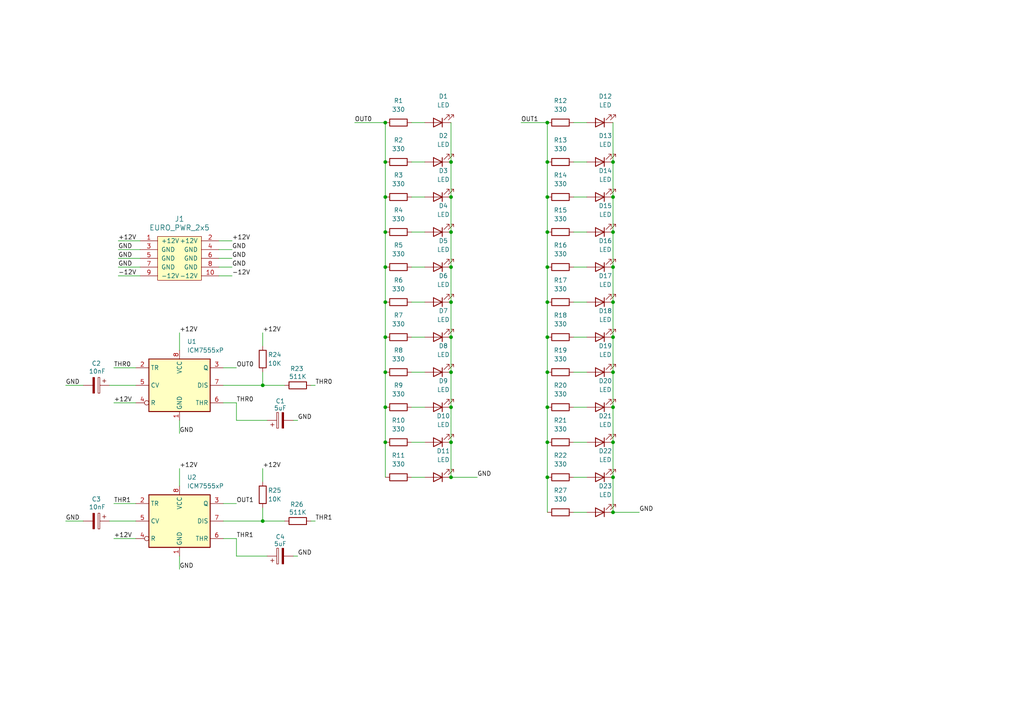
<source format=kicad_sch>
(kicad_sch (version 20231120) (generator "eeschema") (generator_version "8.0")
  (paper "A4")
  (lib_symbols
    (symbol "Device:LED" (pin_numbers hide) (pin_names (offset 1.016) hide)
      (property "Reference" "D" (at 0 2.54 0))
      (property "Value" "LED" (at 0 -2.54 0))
      (symbol "LED_0_1"
        (polyline (pts (xy -1.27 -1.27) (xy -1.27 1.27)) (stroke (width 0.254)))
        (polyline (pts (xy -1.27 0) (xy 1.27 0)))
        (polyline (pts (xy 1.27 -1.27) (xy 1.27 1.27) (xy -1.27 0) (xy 1.27 -1.27)) (stroke (width 0.254)))
        (polyline (pts (xy -3.048 -0.762) (xy -4.572 -2.286) (xy -3.81 -2.286) (xy -4.572 -2.286) (xy -4.572 -1.524)))
        (polyline (pts (xy -1.778 -0.762) (xy -3.302 -2.286) (xy -2.54 -2.286) (xy -3.302 -2.286) (xy -3.302 -1.524)))
      )
      (symbol "LED_1_1"
        (pin passive line (at -3.81 0 0) (length 2.54) (name "K") (number "1"))
        (pin passive line (at 3.81 0 180) (length 2.54) (name "A") (number "2"))
      )
    )
    (symbol "Seattle_Synths:C_Polarized" (pin_numbers hide) (pin_names (offset 0.254))
      (property "Reference" "C" (at 0.635 2.54 0))
      (property "Value" "C_Polarized" (at 0.635 -2.54 0))
      (symbol "C_Polarized_0_1"
        (rectangle (start -2.286 0.508) (end 2.286 1.016))
        (polyline (pts (xy -1.778 2.286) (xy -0.762 2.286)))
        (polyline (pts (xy -1.27 2.794) (xy -1.27 1.778)))
        (rectangle (start 2.286 -0.508) (end -2.286 -1.016) (fill (type outline)))
      )
      (symbol "C_Polarized_1_1"
        (pin passive line (at 0 3.81 270) (length 2.794) (name "~") (number "1"))
        (pin passive line (at 0 -3.81 90) (length 2.794) (name "~") (number "2"))
      )
    )
    (symbol "Seattle_Synths:EURO_PWR_2x5" (pin_names (offset 1.016))
      (property "Reference" "J" (at 0 -7.62 0))
      (property "Value" "EURO_PWR_2x5" (at 0 7.62 0))
      (symbol "EURO_PWR_2x5_0_1"
        (rectangle (start -6.35 6.35) (end 6.35 -6.35) (fill (type background)))
      )
      (symbol "EURO_PWR_2x5_1_1"
        (pin power_in line (at -11.43 5.08 0) (length 5.08) (name "+12V") (number "1"))
        (pin power_in line (at 11.43 -5.08 180) (length 5.08) (name "-12V") (number "10"))
        (pin power_in line (at 11.43 5.08 180) (length 5.08) (name "+12V") (number "2"))
        (pin power_in line (at -11.43 2.54 0) (length 5.08) (name "GND") (number "3"))
        (pin power_in line (at 11.43 2.54 180) (length 5.08) (name "GND") (number "4"))
        (pin power_in line (at -11.43 0 0) (length 5.08) (name "GND") (number "5"))
        (pin power_in line (at 11.43 0 180) (length 5.08) (name "GND") (number "6"))
        (pin power_in line (at -11.43 -2.54 0) (length 5.08) (name "GND") (number "7"))
        (pin power_in line (at 11.43 -2.54 180) (length 5.08) (name "GND") (number "8"))
        (pin power_in line (at -11.43 -5.08 0) (length 5.08) (name "-12V") (number "9"))
      )
    )
    (symbol "Seattle_Synths:R" (pin_numbers hide) (pin_names (offset 0))
      (property "Reference" "R" (at 2.032 0 90))
      (property "Value" "R" (at 0 0 90))
      (symbol "R_0_1"
        (rectangle (start -1.016 -2.54) (end 1.016 2.54) (stroke (width 0.254)))
      )
      (symbol "R_1_1"
        (pin passive line (at 0 3.81 270) (length 1.27) (name "~") (number "1"))
        (pin passive line (at 0 -3.81 90) (length 1.27) (name "~") (number "2"))
      )
    )
    (symbol "Timer:ICM7555xP"
      (property "Reference" "U" (at -10.16 8.89 0))
      (property "Value" "ICM7555xP" (at 2.54 8.89 0))
      (symbol "ICM7555xP_0_0"
        (pin power_in line (at 0 -10.16 90) (length 2.54) (name "GND") (number "1"))
        (pin power_in line (at 0 10.16 270) (length 2.54) (name "VCC") (number "8"))
      )
      (symbol "ICM7555xP_0_1"
        (rectangle (start -8.89 -7.62) (end 8.89 7.62) (stroke (width 0.254)) (fill (type background)))
        (rectangle (start -8.89 -7.62) (end 8.89 7.62) (stroke (width 0.254)) (fill (type background)))
      )
      (symbol "ICM7555xP_1_1"
        (pin input line (at -12.7 5.08 0) (length 3.81) (name "TR") (number "2"))
        (pin output line (at 12.7 5.08 180) (length 3.81) (name "Q") (number "3"))
        (pin input inverted (at -12.7 -5.08 0) (length 3.81) (name "R") (number "4"))
        (pin input line (at -12.7 0 0) (length 3.81) (name "CV") (number "5"))
        (pin input line (at 12.7 -5.08 180) (length 3.81) (name "THR") (number "6"))
        (pin input line (at 12.7 0 180) (length 3.81) (name "DIS") (number "7"))
      )
    )
  )
  (junction (at 158.75 128.27))
  (junction (at 130.81 97.79))
  (junction (at 111.76 107.95))
  (junction (at 130.81 118.11))
  (junction (at 177.8 138.43))
  (junction (at 158.75 107.95))
  (junction (at 111.76 77.47))
  (junction (at 177.8 118.11))
  (junction (at 111.76 46.99))
  (junction (at 158.75 77.47))
  (junction (at 76.2 151.13))
  (junction (at 177.8 46.99))
  (junction (at 177.8 77.47))
  (junction (at 158.75 46.99))
  (junction (at 111.76 97.79))
  (junction (at 177.8 57.15))
  (junction (at 130.81 138.43))
  (junction (at 177.8 87.63))
  (junction (at 130.81 46.99))
  (junction (at 177.8 128.27))
  (junction (at 130.81 67.31))
  (junction (at 158.75 57.15))
  (junction (at 130.81 57.15))
  (junction (at 111.76 87.63))
  (junction (at 130.81 87.63))
  (junction (at 111.76 35.56))
  (junction (at 130.81 107.95))
  (junction (at 158.75 35.56))
  (junction (at 158.75 118.11))
  (junction (at 130.81 128.27))
  (junction (at 177.8 67.31))
  (junction (at 111.76 128.27))
  (junction (at 158.75 67.31))
  (junction (at 130.81 77.47))
  (junction (at 177.8 107.95))
  (junction (at 158.75 138.43))
  (junction (at 76.2 111.76))
  (junction (at 111.76 67.31))
  (junction (at 158.75 87.63))
  (junction (at 177.8 97.79))
  (junction (at 177.8 148.59))
  (junction (at 111.76 57.15))
  (junction (at 158.75 97.79))
  (junction (at 111.76 118.11))
  (wire (pts (xy 19.05 151.13) (xy 24.13 151.13)))
  (wire (pts (xy 64.77 151.13) (xy 76.2 151.13)))
  (wire (pts (xy 34.29 77.47) (xy 40.64 77.47)))
  (wire (pts (xy 33.02 116.84) (xy 39.37 116.84)))
  (wire (pts (xy 63.5 80.01) (xy 67.31 80.01)))
  (wire (pts (xy 119.38 118.11) (xy 123.19 118.11)))
  (wire (pts (xy 111.76 67.31) (xy 111.76 77.47)))
  (wire (pts (xy 177.8 118.11) (xy 177.8 128.27)))
  (wire (pts (xy 64.77 106.68) (xy 68.58 106.68)))
  (wire (pts (xy 130.81 46.99) (xy 130.81 57.15)))
  (wire (pts (xy 34.29 72.39) (xy 40.64 72.39)))
  (wire (pts (xy 119.38 46.99) (xy 123.19 46.99)))
  (wire (pts (xy 90.17 151.13) (xy 91.44 151.13)))
  (wire (pts (xy 68.58 161.29) (xy 77.47 161.29)))
  (wire (pts (xy 119.38 67.31) (xy 123.19 67.31)))
  (wire (pts (xy 64.77 111.76) (xy 76.2 111.76)))
  (wire (pts (xy 111.76 35.56) (xy 111.76 46.99)))
  (wire (pts (xy 76.2 135.89) (xy 76.2 139.7)))
  (wire (pts (xy 130.81 138.43) (xy 138.43 138.43)))
  (wire (pts (xy 130.81 35.56) (xy 130.81 46.99)))
  (wire (pts (xy 63.5 69.85) (xy 67.31 69.85)))
  (wire (pts (xy 177.8 67.31) (xy 177.8 77.47)))
  (wire (pts (xy 64.77 146.05) (xy 68.58 146.05)))
  (wire (pts (xy 158.75 128.27) (xy 158.75 138.43)))
  (wire (pts (xy 158.75 77.47) (xy 158.75 87.63)))
  (wire (pts (xy 158.75 107.95) (xy 158.75 118.11)))
  (wire (pts (xy 130.81 128.27) (xy 130.81 138.43)))
  (wire (pts (xy 34.29 80.01) (xy 40.64 80.01)))
  (wire (pts (xy 102.87 35.56) (xy 111.76 35.56)))
  (wire (pts (xy 119.38 77.47) (xy 123.19 77.47)))
  (wire (pts (xy 76.2 111.76) (xy 82.55 111.76)))
  (wire (pts (xy 63.5 74.93) (xy 67.31 74.93)))
  (wire (pts (xy 166.37 118.11) (xy 170.18 118.11)))
  (wire (pts (xy 76.2 107.95) (xy 76.2 111.76)))
  (wire (pts (xy 130.81 107.95) (xy 130.81 118.11)))
  (wire (pts (xy 19.05 111.76) (xy 24.13 111.76)))
  (wire (pts (xy 52.07 121.92) (xy 52.07 125.73)))
  (wire (pts (xy 177.8 77.47) (xy 177.8 87.63)))
  (wire (pts (xy 158.75 118.11) (xy 158.75 128.27)))
  (wire (pts (xy 33.02 106.68) (xy 39.37 106.68)))
  (wire (pts (xy 68.58 121.92) (xy 77.47 121.92)))
  (wire (pts (xy 85.09 161.29) (xy 86.36 161.29)))
  (wire (pts (xy 64.77 156.21) (xy 68.58 156.21)))
  (wire (pts (xy 111.76 118.11) (xy 111.76 128.27)))
  (wire (pts (xy 166.37 46.99) (xy 170.18 46.99)))
  (wire (pts (xy 177.8 138.43) (xy 177.8 148.59)))
  (wire (pts (xy 166.37 138.43) (xy 170.18 138.43)))
  (wire (pts (xy 52.07 96.52) (xy 52.07 101.6)))
  (wire (pts (xy 85.09 121.92) (xy 86.36 121.92)))
  (wire (pts (xy 52.07 135.89) (xy 52.07 140.97)))
  (wire (pts (xy 76.2 96.52) (xy 76.2 100.33)))
  (wire (pts (xy 166.37 107.95) (xy 170.18 107.95)))
  (wire (pts (xy 166.37 57.15) (xy 170.18 57.15)))
  (wire (pts (xy 111.76 57.15) (xy 111.76 67.31)))
  (wire (pts (xy 119.38 87.63) (xy 123.19 87.63)))
  (wire (pts (xy 111.76 107.95) (xy 111.76 118.11)))
  (wire (pts (xy 177.8 35.56) (xy 177.8 46.99)))
  (wire (pts (xy 166.37 87.63) (xy 170.18 87.63)))
  (wire (pts (xy 130.81 57.15) (xy 130.81 67.31)))
  (wire (pts (xy 90.17 111.76) (xy 91.44 111.76)))
  (wire (pts (xy 31.75 151.13) (xy 39.37 151.13)))
  (wire (pts (xy 166.37 77.47) (xy 170.18 77.47)))
  (wire (pts (xy 166.37 148.59) (xy 170.18 148.59)))
  (wire (pts (xy 151.13 35.56) (xy 158.75 35.56)))
  (wire (pts (xy 158.75 46.99) (xy 158.75 57.15)))
  (wire (pts (xy 63.5 72.39) (xy 67.31 72.39)))
  (wire (pts (xy 130.81 118.11) (xy 130.81 128.27)))
  (wire (pts (xy 130.81 77.47) (xy 130.81 87.63)))
  (wire (pts (xy 166.37 97.79) (xy 170.18 97.79)))
  (wire (pts (xy 111.76 128.27) (xy 111.76 138.43)))
  (wire (pts (xy 33.02 146.05) (xy 39.37 146.05)))
  (wire (pts (xy 158.75 67.31) (xy 158.75 77.47)))
  (wire (pts (xy 111.76 87.63) (xy 111.76 97.79)))
  (wire (pts (xy 158.75 57.15) (xy 158.75 67.31)))
  (wire (pts (xy 68.58 156.21) (xy 68.58 161.29)))
  (wire (pts (xy 177.8 57.15) (xy 177.8 67.31)))
  (wire (pts (xy 111.76 97.79) (xy 111.76 107.95)))
  (wire (pts (xy 63.5 77.47) (xy 67.31 77.47)))
  (wire (pts (xy 158.75 87.63) (xy 158.75 97.79)))
  (wire (pts (xy 119.38 128.27) (xy 123.19 128.27)))
  (wire (pts (xy 130.81 67.31) (xy 130.81 77.47)))
  (wire (pts (xy 158.75 138.43) (xy 158.75 148.59)))
  (wire (pts (xy 68.58 116.84) (xy 68.58 121.92)))
  (wire (pts (xy 177.8 107.95) (xy 177.8 118.11)))
  (wire (pts (xy 130.81 97.79) (xy 130.81 107.95)))
  (wire (pts (xy 119.38 138.43) (xy 123.19 138.43)))
  (wire (pts (xy 119.38 35.56) (xy 123.19 35.56)))
  (wire (pts (xy 119.38 97.79) (xy 123.19 97.79)))
  (wire (pts (xy 130.81 87.63) (xy 130.81 97.79)))
  (wire (pts (xy 76.2 151.13) (xy 82.55 151.13)))
  (wire (pts (xy 52.07 161.29) (xy 52.07 165.1)))
  (wire (pts (xy 34.29 74.93) (xy 40.64 74.93)))
  (wire (pts (xy 111.76 77.47) (xy 111.76 87.63)))
  (wire (pts (xy 31.75 111.76) (xy 39.37 111.76)))
  (wire (pts (xy 177.8 97.79) (xy 177.8 107.95)))
  (wire (pts (xy 64.77 116.84) (xy 68.58 116.84)))
  (wire (pts (xy 34.29 69.85) (xy 40.64 69.85)))
  (wire (pts (xy 119.38 57.15) (xy 123.19 57.15)))
  (wire (pts (xy 166.37 67.31) (xy 170.18 67.31)))
  (wire (pts (xy 76.2 147.32) (xy 76.2 151.13)))
  (wire (pts (xy 119.38 107.95) (xy 123.19 107.95)))
  (wire (pts (xy 177.8 87.63) (xy 177.8 97.79)))
  (wire (pts (xy 177.8 46.99) (xy 177.8 57.15)))
  (wire (pts (xy 166.37 128.27) (xy 170.18 128.27)))
  (wire (pts (xy 177.8 148.59) (xy 185.42 148.59)))
  (wire (pts (xy 158.75 35.56) (xy 158.75 46.99)))
  (wire (pts (xy 177.8 128.27) (xy 177.8 138.43)))
  (wire (pts (xy 158.75 97.79) (xy 158.75 107.95)))
  (wire (pts (xy 33.02 156.21) (xy 39.37 156.21)))
  (wire (pts (xy 111.76 46.99) (xy 111.76 57.15)))
  (wire (pts (xy 166.37 35.56) (xy 170.18 35.56)))
  (label "GND" (at 67.31 72.39 0))
  (label "THR0" (at 33.02 106.68 0))
  (label "THR0" (at 68.58 116.84 0))
  (label "-12V" (at 67.31 80.01 0))
  (label "GND" (at 34.29 77.47 0))
  (label "GND" (at 34.29 72.39 0))
  (label "OUT0" (at 102.87 35.56 0))
  (label "GND" (at 19.05 151.13 0))
  (label "GND" (at 185.42 148.59 0))
  (label "GND" (at 19.05 111.76 0))
  (label "GND" (at 86.36 121.92 0))
  (label "+12V" (at 67.31 69.85 0))
  (label "+12V" (at 76.2 135.89 0))
  (label "OUT1" (at 68.58 146.05 0))
  (label "THR1" (at 33.02 146.05 0))
  (label "OUT0" (at 68.58 106.68 0))
  (label "THR1" (at 68.58 156.21 0))
  (label "+12V" (at 33.02 116.84 0))
  (label "GND" (at 86.36 161.29 0))
  (label "+12V" (at 52.07 135.89 0))
  (label "GND" (at 67.31 77.47 0))
  (label "GND" (at 67.31 74.93 0))
  (label "THR1" (at 91.44 151.13 0))
  (label "GND" (at 138.43 138.43 0))
  (label "GND" (at 34.29 74.93 0))
  (label "+12V" (at 33.02 156.21 0))
  (label "THR0" (at 91.44 111.76 0))
  (label "+12V" (at 76.2 96.52 0))
  (label "+12V" (at 34.29 69.85 0))
  (label "+12V" (at 52.07 96.52 0))
  (label "GND" (at 52.07 125.73 0))
  (label "OUT1" (at 151.13 35.56 0))
  (label "-12V" (at 34.29 80.01 0))
  (label "GND" (at 52.07 165.1 0))
  (symbol (lib_id "Seattle_Synths:R") (at 162.56 138.43 90) (unit 1)
    (property "Reference" "R22" (at 162.56 132.08 90))
    (property "Value" "330" (at 162.56 134.62 90))
    (property "Footprint" "Seattle_Synths:R_Axial_DIN0207_L6.3mm_D2.5mm_P10.16mm_Horizontal" (effects (hide yes)))
    (property "Description" "Resistor" (effects (hide yes)))
  )
  (symbol (lib_id "Device:LED") (at 127 77.47 180) (unit 1)
    (property "Reference" "D5" (at 128.5875 69.85 0))
    (property "Value" "LED" (at 128.5875 72.39 0))
    (property "Footprint" "Seattle_Synths:LED_D5.0mm" (effects (hide yes)))
    (property "Description" "Light emitting diode" (effects (hide yes)))
  )
  (symbol (lib_id "Seattle_Synths:C_Polarized") (at 27.94 151.13 270) (unit 1)
    (property "Reference" "C3" (at 27.94 144.78 90))
    (property "Value" "10nF" (at 28.194 147.066 90))
    (property "Footprint" "Seattle_Synths:CP_Radial_D5.0mm_P2.50mm" (effects (hide yes)))
    (property "Description" "Polarized capacitor" (effects (hide yes)))
  )
  (symbol (lib_id "Seattle_Synths:R") (at 162.56 128.27 90) (unit 1)
    (property "Reference" "R21" (at 162.56 121.92 90))
    (property "Value" "330" (at 162.56 124.46 90))
    (property "Footprint" "Seattle_Synths:R_Axial_DIN0207_L6.3mm_D2.5mm_P10.16mm_Horizontal" (effects (hide yes)))
    (property "Description" "Resistor" (effects (hide yes)))
  )
  (symbol (lib_id "Seattle_Synths:R") (at 162.56 97.79 90) (unit 1)
    (property "Reference" "R18" (at 162.56 91.44 90))
    (property "Value" "330" (at 162.56 93.98 90))
    (property "Footprint" "Seattle_Synths:R_Axial_DIN0207_L6.3mm_D2.5mm_P10.16mm_Horizontal" (effects (hide yes)))
    (property "Description" "Resistor" (effects (hide yes)))
  )
  (symbol (lib_id "Seattle_Synths:C_Polarized") (at 81.28 121.92 90) (unit 1)
    (property "Reference" "C1" (at 81.28 116.332 90))
    (property "Value" "5uF" (at 81.28 118.364 90))
    (property "Footprint" "Seattle_Synths:CP_Radial_D5.0mm_P2.50mm" (effects (hide yes)))
    (property "Description" "Polarized capacitor" (effects (hide yes)))
  )
  (symbol (lib_id "Device:LED") (at 127 138.43 180) (unit 1)
    (property "Reference" "D11" (at 128.5875 130.81 0))
    (property "Value" "LED" (at 128.5875 133.35 0))
    (property "Footprint" "Seattle_Synths:LED_D5.0mm" (effects (hide yes)))
    (property "Description" "Light emitting diode" (effects (hide yes)))
  )
  (symbol (lib_id "Device:LED") (at 173.99 77.47 180) (unit 1)
    (property "Reference" "D16" (at 175.5775 69.85 0))
    (property "Value" "LED" (at 175.5775 72.39 0))
    (property "Footprint" "Seattle_Synths:LED_D3.0mm" (effects (hide yes)))
    (property "Description" "Light emitting diode" (effects (hide yes)))
  )
  (symbol (lib_id "Seattle_Synths:R") (at 76.2 104.14 0) (unit 1)
    (property "Reference" "R24" (at 77.724 102.87 0) (effects (justify left)))
    (property "Value" "10K" (at 77.724 105.41 0) (effects (justify left)))
    (property "Footprint" "Seattle_Synths:R_Axial_DIN0207_L6.3mm_D2.5mm_P10.16mm_Horizontal" (effects (hide yes)))
    (property "Description" "Resistor" (effects (hide yes)))
  )
  (symbol (lib_id "Device:LED") (at 173.99 57.15 180) (unit 1)
    (property "Reference" "D14" (at 175.5775 49.53 0))
    (property "Value" "LED" (at 175.5775 52.07 0))
    (property "Footprint" "Seattle_Synths:LED_D3.0mm" (effects (hide yes)))
    (property "Description" "Light emitting diode" (effects (hide yes)))
  )
  (symbol (lib_id "Seattle_Synths:R") (at 162.56 77.47 90) (unit 1)
    (property "Reference" "R16" (at 162.56 71.12 90))
    (property "Value" "330" (at 162.56 73.66 90))
    (property "Footprint" "Seattle_Synths:R_Axial_DIN0207_L6.3mm_D2.5mm_P10.16mm_Horizontal" (effects (hide yes)))
    (property "Description" "Resistor" (effects (hide yes)))
  )
  (symbol (lib_id "Device:LED") (at 173.99 128.27 180) (unit 1)
    (property "Reference" "D21" (at 175.5775 120.65 0))
    (property "Value" "LED" (at 175.5775 123.19 0))
    (property "Footprint" "Seattle_Synths:LED_D3.0mm" (effects (hide yes)))
    (property "Description" "Light emitting diode" (effects (hide yes)))
  )
  (symbol (lib_id "Seattle_Synths:R") (at 162.56 67.31 90) (unit 1)
    (property "Reference" "R15" (at 162.56 60.96 90))
    (property "Value" "330" (at 162.56 63.5 90))
    (property "Footprint" "Seattle_Synths:R_Axial_DIN0207_L6.3mm_D2.5mm_P10.16mm_Horizontal" (effects (hide yes)))
    (property "Description" "Resistor" (effects (hide yes)))
  )
  (symbol (lib_id "Seattle_Synths:R") (at 162.56 57.15 90) (unit 1)
    (property "Reference" "R14" (at 162.56 50.8 90))
    (property "Value" "330" (at 162.56 53.34 90))
    (property "Footprint" "Seattle_Synths:R_Axial_DIN0207_L6.3mm_D2.5mm_P10.16mm_Horizontal" (effects (hide yes)))
    (property "Description" "Resistor" (effects (hide yes)))
  )
  (symbol (lib_id "Device:LED") (at 127 57.15 180) (unit 1)
    (property "Reference" "D3" (at 128.5875 49.53 0))
    (property "Value" "LED" (at 128.5875 52.07 0))
    (property "Footprint" "Seattle_Synths:LED_D5.0mm" (effects (hide yes)))
    (property "Description" "Light emitting diode" (effects (hide yes)))
  )
  (symbol (lib_id "Seattle_Synths:R") (at 115.57 97.79 90) (unit 1)
    (property "Reference" "R7" (at 115.57 91.44 90))
    (property "Value" "330" (at 115.57 93.98 90))
    (property "Footprint" "Seattle_Synths:R_Axial_DIN0207_L6.3mm_D2.5mm_P10.16mm_Horizontal" (effects (hide yes)))
    (property "Description" "Resistor" (effects (hide yes)))
  )
  (symbol (lib_id "Seattle_Synths:C_Polarized") (at 81.28 161.29 90) (unit 1)
    (property "Reference" "C4" (at 81.28 155.702 90))
    (property "Value" "5uF" (at 81.28 157.734 90))
    (property "Footprint" "Seattle_Synths:CP_Radial_D5.0mm_P2.50mm" (effects (hide yes)))
    (property "Description" "Polarized capacitor" (effects (hide yes)))
  )
  (symbol (lib_id "Device:LED") (at 127 35.56 180) (unit 1)
    (property "Reference" "D1" (at 128.5875 27.94 0))
    (property "Value" "LED" (at 128.5875 30.48 0))
    (property "Footprint" "Seattle_Synths:LED_D5.0mm" (effects (hide yes)))
    (property "Description" "Light emitting diode" (effects (hide yes)))
  )
  (symbol (lib_id "Seattle_Synths:R") (at 162.56 107.95 90) (unit 1)
    (property "Reference" "R19" (at 162.56 101.6 90))
    (property "Value" "330" (at 162.56 104.14 90))
    (property "Footprint" "Seattle_Synths:R_Axial_DIN0207_L6.3mm_D2.5mm_P10.16mm_Horizontal" (effects (hide yes)))
    (property "Description" "Resistor" (effects (hide yes)))
  )
  (symbol (lib_id "Device:LED") (at 127 46.99 180) (unit 1)
    (property "Reference" "D2" (at 128.5875 39.37 0))
    (property "Value" "LED" (at 128.5875 41.91 0))
    (property "Footprint" "Seattle_Synths:LED_D5.0mm" (effects (hide yes)))
    (property "Description" "Light emitting diode" (effects (hide yes)))
  )
  (symbol (lib_id "Device:LED") (at 127 97.79 180) (unit 1)
    (property "Reference" "D7" (at 128.5875 90.17 0))
    (property "Value" "LED" (at 128.5875 92.71 0))
    (property "Footprint" "Seattle_Synths:LED_D5.0mm" (effects (hide yes)))
    (property "Description" "Light emitting diode" (effects (hide yes)))
  )
  (symbol (lib_id "Seattle_Synths:R") (at 86.36 111.76 90) (unit 1)
    (property "Reference" "R23" (at 86.106 106.934 90))
    (property "Value" "511K" (at 86.36 109.22 90))
    (property "Footprint" "Seattle_Synths:R_Axial_DIN0207_L6.3mm_D2.5mm_P10.16mm_Horizontal" (effects (hide yes)))
    (property "Description" "Resistor" (effects (hide yes)))
  )
  (symbol (lib_id "Seattle_Synths:R") (at 115.57 128.27 90) (unit 1)
    (property "Reference" "R10" (at 115.57 121.92 90))
    (property "Value" "330" (at 115.57 124.46 90))
    (property "Footprint" "Seattle_Synths:R_Axial_DIN0207_L6.3mm_D2.5mm_P10.16mm_Horizontal" (effects (hide yes)))
    (property "Description" "Resistor" (effects (hide yes)))
  )
  (symbol (lib_id "Seattle_Synths:R") (at 115.57 118.11 90) (unit 1)
    (property "Reference" "R9" (at 115.57 111.76 90))
    (property "Value" "330" (at 115.57 114.3 90))
    (property "Footprint" "Seattle_Synths:R_Axial_DIN0207_L6.3mm_D2.5mm_P10.16mm_Horizontal" (effects (hide yes)))
    (property "Description" "Resistor" (effects (hide yes)))
  )
  (symbol (lib_id "Device:LED") (at 127 87.63 180) (unit 1)
    (property "Reference" "D6" (at 128.5875 80.01 0))
    (property "Value" "LED" (at 128.5875 82.55 0))
    (property "Footprint" "Seattle_Synths:LED_D5.0mm" (effects (hide yes)))
    (property "Description" "Light emitting diode" (effects (hide yes)))
  )
  (symbol (lib_id "Seattle_Synths:R") (at 115.57 35.56 90) (unit 1)
    (property "Reference" "R1" (at 115.57 29.21 90))
    (property "Value" "330" (at 115.57 31.75 90))
    (property "Footprint" "Seattle_Synths:R_Axial_DIN0207_L6.3mm_D2.5mm_P10.16mm_Horizontal" (effects (hide yes)))
    (property "Description" "Resistor" (effects (hide yes)))
  )
  (symbol (lib_id "Timer:ICM7555xP") (at 52.07 111.76 0) (unit 1)
    (property "Reference" "U1" (at 54.2641 99.06 0) (effects (justify left)))
    (property "Value" "ICM7555xP" (at 54.2641 101.6 0) (effects (justify left)))
    (property "Footprint" "Package_DIP:DIP-8_W7.62mm" (effects (hide yes)))
    (property "Datasheet" "http://www.intersil.com/content/dam/Intersil/documents/icm7/icm7555-56.pdf" (effects (hide yes)))
    (property "Description" "CMOS General Purpose Timer, 555 compatible, PDIP-8" (effects (hide yes)))
  )
  (symbol (lib_id "Seattle_Synths:R") (at 115.57 67.31 90) (unit 1)
    (property "Reference" "R4" (at 115.57 60.96 90))
    (property "Value" "330" (at 115.57 63.5 90))
    (property "Footprint" "Seattle_Synths:R_Axial_DIN0207_L6.3mm_D2.5mm_P10.16mm_Horizontal" (effects (hide yes)))
    (property "Description" "Resistor" (effects (hide yes)))
  )
  (symbol (lib_id "Device:LED") (at 127 128.27 180) (unit 1)
    (property "Reference" "D10" (at 128.5875 120.65 0))
    (property "Value" "LED" (at 128.5875 123.19 0))
    (property "Footprint" "Seattle_Synths:LED_D5.0mm" (effects (hide yes)))
    (property "Description" "Light emitting diode" (effects (hide yes)))
  )
  (symbol (lib_id "Seattle_Synths:R") (at 162.56 148.59 90) (unit 1)
    (property "Reference" "R27" (at 162.56 142.24 90))
    (property "Value" "330" (at 162.56 144.78 90))
    (property "Footprint" "Seattle_Synths:R_Axial_DIN0207_L6.3mm_D2.5mm_P10.16mm_Horizontal" (effects (hide yes)))
    (property "Description" "Resistor" (effects (hide yes)))
  )
  (symbol (lib_id "Device:LED") (at 173.99 46.99 180) (unit 1)
    (property "Reference" "D13" (at 175.5775 39.37 0))
    (property "Value" "LED" (at 175.5775 41.91 0))
    (property "Footprint" "Seattle_Synths:LED_D3.0mm" (effects (hide yes)))
    (property "Description" "Light emitting diode" (effects (hide yes)))
  )
  (symbol (lib_id "Seattle_Synths:R") (at 115.57 138.43 90) (unit 1)
    (property "Reference" "R11" (at 115.57 132.08 90))
    (property "Value" "330" (at 115.57 134.62 90))
    (property "Footprint" "Seattle_Synths:R_Axial_DIN0207_L6.3mm_D2.5mm_P10.16mm_Horizontal" (effects (hide yes)))
    (property "Description" "Resistor" (effects (hide yes)))
  )
  (symbol (lib_id "Seattle_Synths:R") (at 115.57 46.99 90) (unit 1)
    (property "Reference" "R2" (at 115.57 40.64 90))
    (property "Value" "330" (at 115.57 43.18 90))
    (property "Footprint" "Seattle_Synths:R_Axial_DIN0207_L6.3mm_D2.5mm_P10.16mm_Horizontal" (effects (hide yes)))
    (property "Description" "Resistor" (effects (hide yes)))
  )
  (symbol (lib_id "Seattle_Synths:R") (at 162.56 87.63 90) (unit 1)
    (property "Reference" "R17" (at 162.56 81.28 90))
    (property "Value" "330" (at 162.56 83.82 90))
    (property "Footprint" "Seattle_Synths:R_Axial_DIN0207_L6.3mm_D2.5mm_P10.16mm_Horizontal" (effects (hide yes)))
    (property "Description" "Resistor" (effects (hide yes)))
  )
  (symbol (lib_id "Seattle_Synths:C_Polarized") (at 27.94 111.76 270) (unit 1)
    (property "Reference" "C2" (at 27.94 105.41 90))
    (property "Value" "10nF" (at 28.194 107.696 90))
    (property "Footprint" "Seattle_Synths:CP_Radial_D5.0mm_P2.50mm" (effects (hide yes)))
    (property "Description" "Polarized capacitor" (effects (hide yes)))
  )
  (symbol (lib_id "Device:LED") (at 173.99 138.43 180) (unit 1)
    (property "Reference" "D22" (at 175.5775 130.81 0))
    (property "Value" "LED" (at 175.5775 133.35 0))
    (property "Footprint" "Seattle_Synths:LED_D3.0mm" (effects (hide yes)))
    (property "Description" "Light emitting diode" (effects (hide yes)))
  )
  (symbol (lib_id "Device:LED") (at 173.99 87.63 180) (unit 1)
    (property "Reference" "D17" (at 175.5775 80.01 0))
    (property "Value" "LED" (at 175.5775 82.55 0))
    (property "Footprint" "Seattle_Synths:LED_D3.0mm" (effects (hide yes)))
    (property "Description" "Light emitting diode" (effects (hide yes)))
  )
  (symbol (lib_id "Device:LED") (at 173.99 118.11 180) (unit 1)
    (property "Reference" "D20" (at 175.5775 110.49 0))
    (property "Value" "LED" (at 175.5775 113.03 0))
    (property "Footprint" "Seattle_Synths:LED_D3.0mm" (effects (hide yes)))
    (property "Description" "Light emitting diode" (effects (hide yes)))
  )
  (symbol (lib_id "Seattle_Synths:R") (at 115.57 87.63 90) (unit 1)
    (property "Reference" "R6" (at 115.57 81.28 90))
    (property "Value" "330" (at 115.57 83.82 90))
    (property "Footprint" "Seattle_Synths:R_Axial_DIN0207_L6.3mm_D2.5mm_P10.16mm_Horizontal" (effects (hide yes)))
    (property "Description" "Resistor" (effects (hide yes)))
  )
  (symbol (lib_id "Seattle_Synths:R") (at 76.2 143.51 0) (unit 1)
    (property "Reference" "R25" (at 77.724 142.24 0) (effects (justify left)))
    (property "Value" "10K" (at 77.724 144.78 0) (effects (justify left)))
    (property "Footprint" "Seattle_Synths:R_Axial_DIN0207_L6.3mm_D2.5mm_P10.16mm_Horizontal" (effects (hide yes)))
    (property "Description" "Resistor" (effects (hide yes)))
  )
  (symbol (lib_id "Seattle_Synths:R") (at 162.56 46.99 90) (unit 1)
    (property "Reference" "R13" (at 162.56 40.64 90))
    (property "Value" "330" (at 162.56 43.18 90))
    (property "Footprint" "Seattle_Synths:R_Axial_DIN0207_L6.3mm_D2.5mm_P10.16mm_Horizontal" (effects (hide yes)))
    (property "Description" "Resistor" (effects (hide yes)))
  )
  (symbol (lib_id "Seattle_Synths:R") (at 115.57 107.95 90) (unit 1)
    (property "Reference" "R8" (at 115.57 101.6 90))
    (property "Value" "330" (at 115.57 104.14 90))
    (property "Footprint" "Seattle_Synths:R_Axial_DIN0207_L6.3mm_D2.5mm_P10.16mm_Horizontal" (effects (hide yes)))
    (property "Description" "Resistor" (effects (hide yes)))
  )
  (symbol (lib_id "Device:LED") (at 127 67.31 180) (unit 1)
    (property "Reference" "D4" (at 128.5875 59.69 0))
    (property "Value" "LED" (at 128.5875 62.23 0))
    (property "Footprint" "Seattle_Synths:LED_D5.0mm" (effects (hide yes)))
    (property "Description" "Light emitting diode" (effects (hide yes)))
  )
  (symbol (lib_id "Timer:ICM7555xP") (at 52.07 151.13 0) (unit 1)
    (property "Reference" "U2" (at 54.2641 138.43 0) (effects (justify left)))
    (property "Value" "ICM7555xP" (at 54.2641 140.97 0) (effects (justify left)))
    (property "Footprint" "Package_DIP:DIP-8_W7.62mm" (effects (hide yes)))
    (property "Datasheet" "http://www.intersil.com/content/dam/Intersil/documents/icm7/icm7555-56.pdf" (effects (hide yes)))
    (property "Description" "CMOS General Purpose Timer, 555 compatible, PDIP-8" (effects (hide yes)))
  )
  (symbol (lib_id "Seattle_Synths:R") (at 86.36 151.13 90) (unit 1)
    (property "Reference" "R26" (at 86.106 146.304 90))
    (property "Value" "511K" (at 86.36 148.59 90))
    (property "Footprint" "Seattle_Synths:R_Axial_DIN0207_L6.3mm_D2.5mm_P10.16mm_Horizontal" (effects (hide yes)))
    (property "Description" "Resistor" (effects (hide yes)))
  )
  (symbol (lib_id "Device:LED") (at 173.99 97.79 180) (unit 1)
    (property "Reference" "D18" (at 175.5775 90.17 0))
    (property "Value" "LED" (at 175.5775 92.71 0))
    (property "Footprint" "Seattle_Synths:LED_D3.0mm" (effects (hide yes)))
    (property "Description" "Light emitting diode" (effects (hide yes)))
  )
  (symbol (lib_id "Seattle_Synths:R") (at 162.56 35.56 90) (unit 1)
    (property "Reference" "R12" (at 162.56 29.21 90))
    (property "Value" "330" (at 162.56 31.75 90))
    (property "Footprint" "Seattle_Synths:R_Axial_DIN0207_L6.3mm_D2.5mm_P10.16mm_Horizontal" (effects (hide yes)))
    (property "Description" "Resistor" (effects (hide yes)))
  )
  (symbol (lib_id "Device:LED") (at 173.99 35.56 180) (unit 1)
    (property "Reference" "D12" (at 175.5775 27.94 0))
    (property "Value" "LED" (at 175.5775 30.48 0))
    (property "Footprint" "Seattle_Synths:LED_D3.0mm" (effects (hide yes)))
    (property "Description" "Light emitting diode" (effects (hide yes)))
  )
  (symbol (lib_id "Device:LED") (at 173.99 67.31 180) (unit 1)
    (property "Reference" "D15" (at 175.5775 59.69 0))
    (property "Value" "LED" (at 175.5775 62.23 0))
    (property "Footprint" "Seattle_Synths:LED_D3.0mm" (effects (hide yes)))
    (property "Description" "Light emitting diode" (effects (hide yes)))
  )
  (symbol (lib_id "Device:LED") (at 127 107.95 180) (unit 1)
    (property "Reference" "D8" (at 128.5875 100.33 0))
    (property "Value" "LED" (at 128.5875 102.87 0))
    (property "Footprint" "Seattle_Synths:LED_D5.0mm" (effects (hide yes)))
    (property "Description" "Light emitting diode" (effects (hide yes)))
  )
  (symbol (lib_id "Device:LED") (at 127 118.11 180) (unit 1)
    (property "Reference" "D9" (at 128.5875 110.49 0))
    (property "Value" "LED" (at 128.5875 113.03 0))
    (property "Footprint" "Seattle_Synths:LED_D5.0mm" (effects (hide yes)))
    (property "Description" "Light emitting diode" (effects (hide yes)))
  )
  (symbol (lib_id "Seattle_Synths:EURO_PWR_2x5") (at 52.07 74.93 0) (unit 1)
    (property "Reference" "J1" (at 52.07 63.5 0) (effects (font (size 1.524 1.524))))
    (property "Value" "EURO_PWR_2x5" (at 52.07 66.04 0) (effects (font (size 1.524 1.524))))
    (property "Footprint" "Seattle_Synths:PinHeader_2x05_P2.54mm_Vertical" (effects (hide yes)))
  )
  (symbol (lib_id "Device:LED") (at 173.99 148.59 180) (unit 1)
    (property "Reference" "D23" (at 175.5775 140.97 0))
    (property "Value" "LED" (at 175.5775 143.51 0))
    (property "Footprint" "Seattle_Synths:LED_D3.0mm" (effects (hide yes)))
    (property "Description" "Light emitting diode" (effects (hide yes)))
  )
  (symbol (lib_id "Seattle_Synths:R") (at 162.56 118.11 90) (unit 1)
    (property "Reference" "R20" (at 162.56 111.76 90))
    (property "Value" "330" (at 162.56 114.3 90))
    (property "Footprint" "Seattle_Synths:R_Axial_DIN0207_L6.3mm_D2.5mm_P10.16mm_Horizontal" (effects (hide yes)))
    (property "Description" "Resistor" (effects (hide yes)))
  )
  (symbol (lib_id "Seattle_Synths:R") (at 115.57 77.47 90) (unit 1)
    (property "Reference" "R5" (at 115.57 71.12 90))
    (property "Value" "330" (at 115.57 73.66 90))
    (property "Footprint" "Seattle_Synths:R_Axial_DIN0207_L6.3mm_D2.5mm_P10.16mm_Horizontal" (effects (hide yes)))
    (property "Description" "Resistor" (effects (hide yes)))
  )
  (symbol (lib_id "Seattle_Synths:R") (at 115.57 57.15 90) (unit 1)
    (property "Reference" "R3" (at 115.57 50.8 90))
    (property "Value" "330" (at 115.57 53.34 90))
    (property "Footprint" "Seattle_Synths:R_Axial_DIN0207_L6.3mm_D2.5mm_P10.16mm_Horizontal" (effects (hide yes)))
    (property "Description" "Resistor" (effects (hide yes)))
  )
  (symbol (lib_id "Device:LED") (at 173.99 107.95 180) (unit 1)
    (property "Reference" "D19" (at 175.5775 100.33 0))
    (property "Value" "LED" (at 175.5775 102.87 0))
    (property "Footprint" "Seattle_Synths:LED_D3.0mm" (effects (hide yes)))
    (property "Description" "Light emitting diode" (effects (hide yes)))
  )
)
</source>
